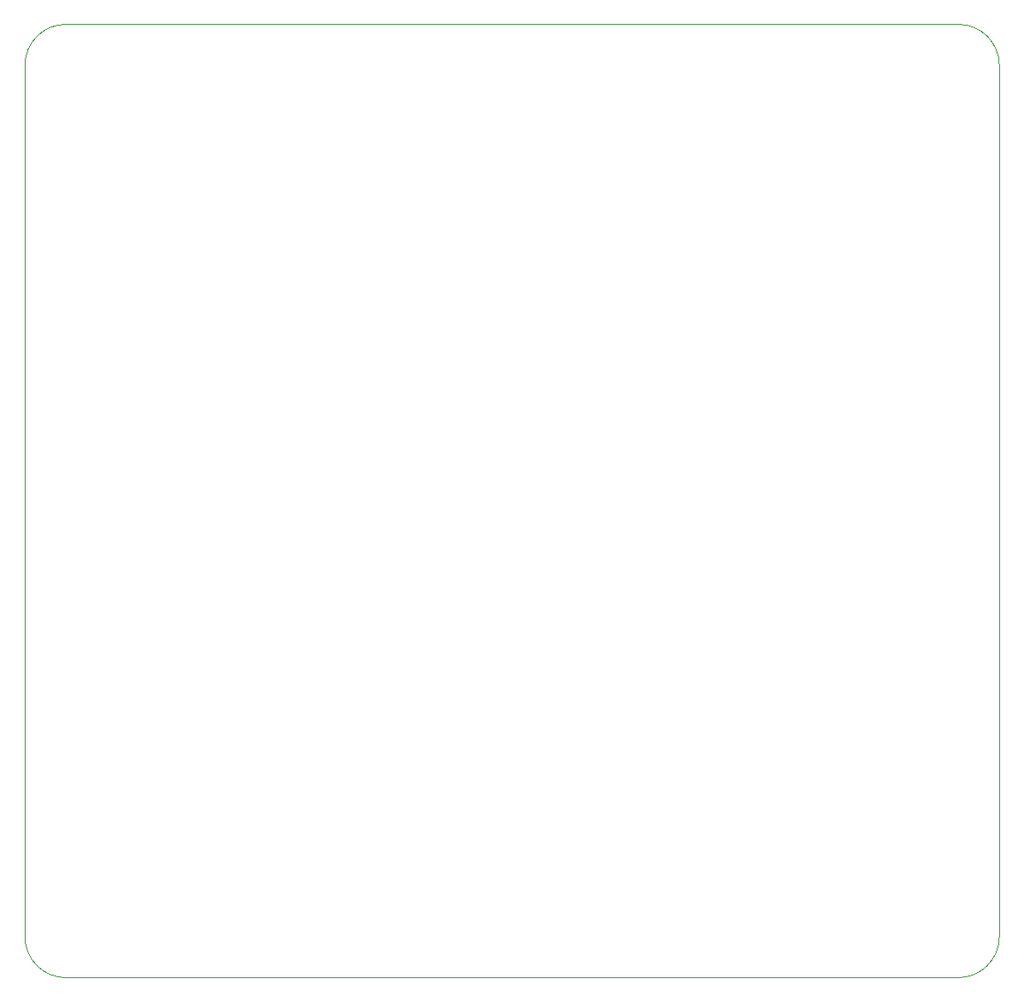
<source format=gm1>
%TF.GenerationSoftware,KiCad,Pcbnew,(6.0.10)*%
%TF.CreationDate,2022-12-29T21:44:20-06:00*%
%TF.ProjectId,ScienceSensor,53636965-6e63-4655-9365-6e736f722e6b,rev?*%
%TF.SameCoordinates,Original*%
%TF.FileFunction,Profile,NP*%
%FSLAX46Y46*%
G04 Gerber Fmt 4.6, Leading zero omitted, Abs format (unit mm)*
G04 Created by KiCad (PCBNEW (6.0.10)) date 2022-12-29 21:44:20*
%MOMM*%
%LPD*%
G01*
G04 APERTURE LIST*
%TA.AperFunction,Profile*%
%ADD10C,0.100000*%
%TD*%
G04 APERTURE END LIST*
D10*
X193040000Y-50800000D02*
G75*
G03*
X188976000Y-46736000I-4064000J0D01*
G01*
X96520000Y-137160000D02*
G75*
G03*
X100584000Y-141224000I4064000J0D01*
G01*
X96520000Y-137160000D02*
X96520000Y-50800000D01*
X193040000Y-137160000D02*
X193040000Y-50800000D01*
X100584000Y-46736000D02*
G75*
G03*
X96520000Y-50800000I0J-4064000D01*
G01*
X188976000Y-46736000D02*
X100584000Y-46736000D01*
X188976000Y-141224000D02*
G75*
G03*
X193040000Y-137160000I0J4064000D01*
G01*
X188976000Y-141224000D02*
X100584000Y-141224000D01*
M02*

</source>
